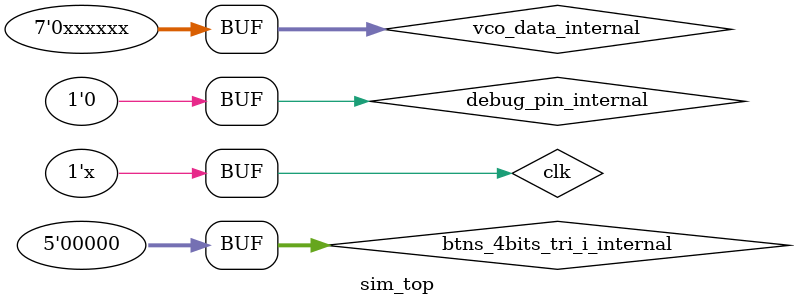
<source format=v>
`timescale 1ns / 1ps


module sim_top(

    );
    
    reg [6:0] vco_data_internal = 0;
    reg [4:0] btns_4bits_tri_i_internal = 0;
    reg clk = 0;
    reg debug_pin_internal = 0;
    
    always begin
        clk <= ~clk;
        #5;
    
    end
    
    always begin
        vco_data_internal[0] <= ~vco_data_internal[0];
        vco_data_internal[1] <= ~vco_data_internal[1];
        vco_data_internal[2] <= ~vco_data_internal[2];
        vco_data_internal[3] <= ~vco_data_internal[3];
        vco_data_internal[4] <= ~vco_data_internal[4];
        vco_data_internal[5] <= ~vco_data_internal[5];
        #40;
    
    end
    
    
input_processing_wrapper DUT (
        .clk(clk), //input clk,
        

      
       .led(), // output [3:0] led,
        
        .btns_4bits_tri_i(), //input [3:0] btns_4bits_tri_i, 
        .vco_data(vco_data_internal), //input [5:0] vco_data,
        .debug_pin(1'b0), //input debug_pin,
        .sw(3'b000) //input sw     
    );
    
    
    
    
endmodule

</source>
